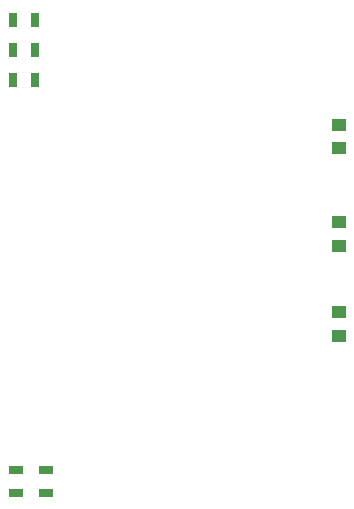
<source format=gbr>
G04 #@! TF.FileFunction,Paste,Bot*
%FSLAX46Y46*%
G04 Gerber Fmt 4.6, Leading zero omitted, Abs format (unit mm)*
G04 Created by KiCad (PCBNEW 4.0.2-4+6225~38~ubuntu14.04.1-stable) date Mon 26 Dec 2016 11:00:54 AM CET*
%MOMM*%
G01*
G04 APERTURE LIST*
%ADD10C,0.100000*%
%ADD11R,0.700000X1.300000*%
%ADD12R,1.250000X1.000000*%
%ADD13R,1.300000X0.700000*%
G04 APERTURE END LIST*
D10*
D11*
X192725000Y-85979000D03*
X194625000Y-85979000D03*
D12*
X220345000Y-96885000D03*
X220345000Y-94885000D03*
X220345000Y-105140000D03*
X220345000Y-103140000D03*
X220345000Y-112760000D03*
X220345000Y-110760000D03*
D13*
X195580000Y-124145000D03*
X195580000Y-126045000D03*
X193040000Y-124145000D03*
X193040000Y-126045000D03*
D11*
X192725000Y-88519000D03*
X194625000Y-88519000D03*
X192725000Y-91059000D03*
X194625000Y-91059000D03*
M02*

</source>
